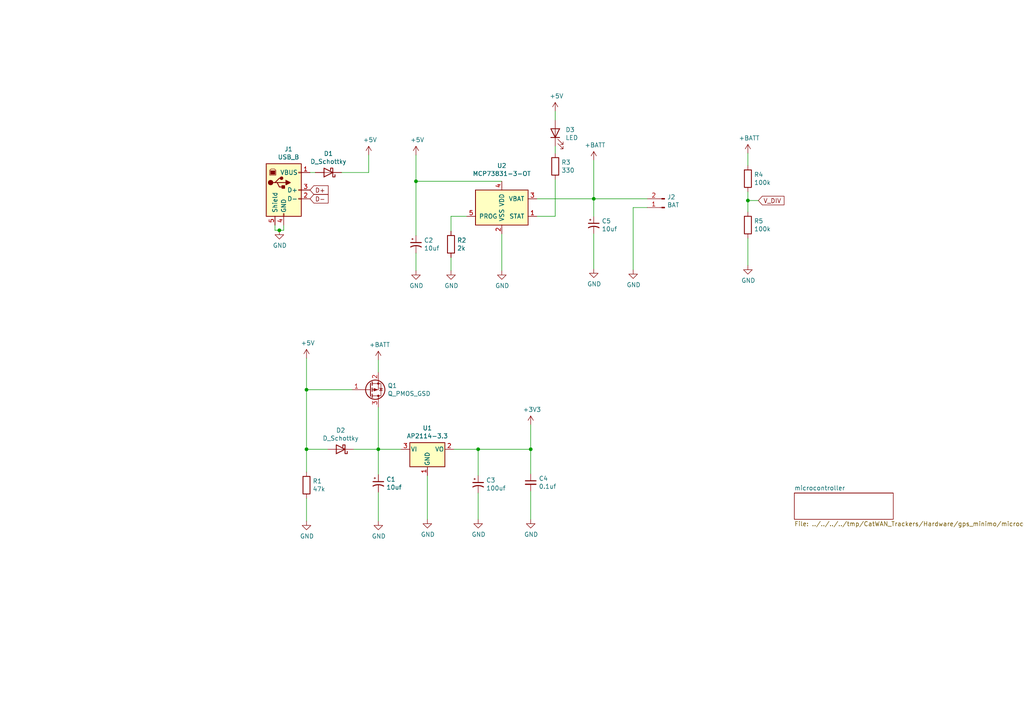
<source format=kicad_sch>
(kicad_sch (version 20230121) (generator eeschema)
  (paper "A4")
  (lib_symbols
    (symbol "Device:C_Small" (pin_numbers hide) (pin_names (offset 0.254) hide)
      (property "Reference" "C" (at 0.254 1.778 0))
      (property "Value" "C_Small" (at 0.254 -2.032 0))
      (symbol "C_Small_0_1"
        (polyline (pts (xy -1.524 -0.508) (xy 1.524 -0.508)) (stroke (width 0.3302)))
        (polyline (pts (xy -1.524 0.508) (xy 1.524 0.508)) (stroke (width 0.3048)))
      )
      (symbol "C_Small_1_1"
        (pin passive line (at 0 2.54 270) (length 2.032) (name "~") (number "1"))
        (pin passive line (at 0 -2.54 90) (length 2.032) (name "~") (number "2"))
      )
    )
    (symbol "Device:D_Schottky" (pin_numbers hide) (pin_names (offset 1.016) hide)
      (property "Reference" "D" (at 0 2.54 0))
      (property "Value" "D_Schottky" (at 0 -2.54 0))
      (symbol "D_Schottky_0_1"
        (polyline (pts (xy 1.27 0) (xy -1.27 0)))
        (polyline (pts (xy 1.27 1.27) (xy 1.27 -1.27) (xy -1.27 0) (xy 1.27 1.27)) (stroke (width 0.254)))
        (polyline (pts (xy -1.905 0.635) (xy -1.905 1.27) (xy -1.27 1.27) (xy -1.27 -1.27) (xy -0.635 -1.27) (xy -0.635 -0.635)) (stroke (width 0.254)))
      )
      (symbol "D_Schottky_1_1"
        (pin passive line (at -3.81 0 0) (length 2.54) (name "K") (number "1"))
        (pin passive line (at 3.81 0 180) (length 2.54) (name "A") (number "2"))
      )
    )
    (symbol "Device:LED" (pin_numbers hide) (pin_names (offset 1.016) hide)
      (property "Reference" "D" (at 0 2.54 0))
      (property "Value" "LED" (at 0 -2.54 0))
      (symbol "LED_0_1"
        (polyline (pts (xy -1.27 -1.27) (xy -1.27 1.27)) (stroke (width 0.254)))
        (polyline (pts (xy -1.27 0) (xy 1.27 0)))
        (polyline (pts (xy 1.27 -1.27) (xy 1.27 1.27) (xy -1.27 0) (xy 1.27 -1.27)) (stroke (width 0.254)))
        (polyline (pts (xy -3.048 -0.762) (xy -4.572 -2.286) (xy -3.81 -2.286) (xy -4.572 -2.286) (xy -4.572 -1.524)))
        (polyline (pts (xy -1.778 -0.762) (xy -3.302 -2.286) (xy -2.54 -2.286) (xy -3.302 -2.286) (xy -3.302 -1.524)))
      )
      (symbol "LED_1_1"
        (pin passive line (at -3.81 0 0) (length 2.54) (name "K") (number "1"))
        (pin passive line (at 3.81 0 180) (length 2.54) (name "A") (number "2"))
      )
    )
    (symbol "Device:Q_PMOS_GSD" (pin_names (offset 0) hide)
      (property "Reference" "Q" (at 5.08 1.27 0))
      (property "Value" "Q_PMOS_GSD" (at 5.08 -1.27 0))
      (symbol "Q_PMOS_GSD_0_1"
        (polyline (pts (xy 0.254 0) (xy -2.54 0)))
        (polyline (pts (xy 0.254 1.905) (xy 0.254 -1.905)) (stroke (width 0.254)))
        (polyline (pts (xy 0.762 -1.27) (xy 0.762 -2.286)) (stroke (width 0.254)))
        (polyline (pts (xy 0.762 0.508) (xy 0.762 -0.508)) (stroke (width 0.254)))
        (polyline (pts (xy 0.762 2.286) (xy 0.762 1.27)) (stroke (width 0.254)))
        (polyline (pts (xy 2.54 2.54) (xy 2.54 1.778)))
        (polyline (pts (xy 2.54 -2.54) (xy 2.54 0) (xy 0.762 0)))
        (polyline (pts (xy 0.762 1.778) (xy 3.302 1.778) (xy 3.302 -1.778) (xy 0.762 -1.778)))
        (polyline (pts (xy 2.286 0) (xy 1.27 0.381) (xy 1.27 -0.381) (xy 2.286 0)) (fill (type outline)))
        (polyline (pts (xy 2.794 -0.508) (xy 2.921 -0.381) (xy 3.683 -0.381) (xy 3.81 -0.254)))
        (polyline (pts (xy 3.302 -0.381) (xy 2.921 0.254) (xy 3.683 0.254) (xy 3.302 -0.381)))
        (circle (center 1.651 0) (radius 2.794) (stroke (width 0.254)))
        (circle (center 2.54 -1.778) (radius 0.254) (fill (type outline)))
        (circle (center 2.54 1.778) (radius 0.254) (fill (type outline)))
      )
      (symbol "Q_PMOS_GSD_1_1"
        (pin input line (at -5.08 0 0) (length 2.54) (name "G") (number "1"))
        (pin passive line (at 2.54 -5.08 90) (length 2.54) (name "S") (number "2"))
        (pin passive line (at 2.54 5.08 270) (length 2.54) (name "D") (number "3"))
      )
    )
    (symbol "Device:R" (pin_numbers hide) (pin_names (offset 0))
      (property "Reference" "R" (at 2.032 0 90))
      (property "Value" "R" (at 0 0 90))
      (symbol "R_0_1"
        (rectangle (start -1.016 -2.54) (end 1.016 2.54) (stroke (width 0.254)))
      )
      (symbol "R_1_1"
        (pin passive line (at 0 3.81 270) (length 1.27) (name "~") (number "1"))
        (pin passive line (at 0 -3.81 90) (length 1.27) (name "~") (number "2"))
      )
    )
    (symbol "Regulator_Linear:AP2127N-3.3" (pin_names (offset 0.254))
      (property "Reference" "U" (at -3.81 3.175 0))
      (property "Value" "AP2127N-3.3" (at 0 3.175 0))
      (symbol "AP2127N-3.3_0_1"
        (rectangle (start -5.08 1.905) (end 5.08 -5.08) (stroke (width 0.254)) (fill (type background)))
      )
      (symbol "AP2127N-3.3_1_1"
        (pin power_in line (at 0 -7.62 90) (length 2.54) (name "GND") (number "1"))
        (pin power_out line (at 7.62 0 180) (length 2.54) (name "VO") (number "2"))
        (pin power_in line (at -7.62 0 0) (length 2.54) (name "VI") (number "3"))
      )
    )
    (symbol "gps_minimo-rescue:+3.3V-power" (power) (pin_names (offset 0))
      (property "Value" "+3.3V-power" (at 0 3.556 0))
      (symbol "+3.3V-power_0_1"
        (polyline (pts (xy -0.762 1.27) (xy 0 2.54)))
        (polyline (pts (xy 0 0) (xy 0 2.54)))
        (polyline (pts (xy 0 2.54) (xy 0.762 1.27)))
      )
      (symbol "+3.3V-power_1_1"
        (pin power_in line (at 0 0 90) (length 0) hide (name "+3V3") (number "1"))
      )
    )
    (symbol "gps_minimo-rescue:CP1_Small-Device" (pin_numbers hide) (pin_names (offset 0.254) hide)
      (property "Reference" "C" (at 0.254 1.778 0))
      (property "Value" "Device_CP1_Small" (at 0.254 -2.032 0))
      (symbol "CP1_Small-Device_0_1"
        (polyline (pts (xy -1.524 0.508) (xy 1.524 0.508)) (stroke (width 0.3048)))
        (polyline (pts (xy -1.27 1.524) (xy -0.762 1.524)))
        (polyline (pts (xy -1.016 1.27) (xy -1.016 1.778)))
        (arc (start 1.524 -0.762) (mid 0 -0.3734) (end -1.524 -0.762) (stroke (width 0.3048)))
      )
      (symbol "CP1_Small-Device_1_1"
        (pin passive line (at 0 2.54 270) (length 2.032) (name "~") (number "1"))
        (pin passive line (at 0 -2.54 90) (length 2.032) (name "~") (number "2"))
      )
    )
    (symbol "gps_minimo-rescue:Conn_01x02_Male-Connector" (pin_names (offset 1.016) hide)
      (property "Reference" "J" (at 0 2.54 0))
      (property "Value" "Connector_Conn_01x02_Male" (at 0 -5.08 0))
      (symbol "Conn_01x02_Male-Connector_1_1"
        (polyline (pts (xy 1.27 -2.54) (xy 0.8636 -2.54)) (stroke (width 0.1524)))
        (polyline (pts (xy 1.27 0) (xy 0.8636 0)) (stroke (width 0.1524)))
        (rectangle (start 0.8636 -2.413) (end 0 -2.667) (stroke (width 0.1524)) (fill (type outline)))
        (rectangle (start 0.8636 0.127) (end 0 -0.127) (stroke (width 0.1524)) (fill (type outline)))
        (pin passive line (at 5.08 0 180) (length 3.81) (name "Pin_1") (number "1"))
        (pin passive line (at 5.08 -2.54 180) (length 3.81) (name "Pin_2") (number "2"))
      )
    )
    (symbol "gps_minimo-rescue:MCP73831-3-OT-Battery_Management" (pin_names (offset 1.016))
      (property "Reference" "U" (at -7.62 6.35 0))
      (property "Value" "Battery_Management_MCP73831-3-OT" (at 1.27 6.35 0))
      (symbol "MCP73831-3-OT-Battery_Management_0_1"
        (rectangle (start -7.62 5.08) (end 7.62 -5.08) (stroke (width 0.254)) (fill (type background)))
      )
      (symbol "MCP73831-3-OT-Battery_Management_1_1"
        (pin output line (at 10.16 -2.54 180) (length 2.54) (name "STAT") (number "1"))
        (pin power_in line (at 0 -7.62 90) (length 2.54) (name "VSS") (number "2"))
        (pin power_out line (at 10.16 2.54 180) (length 2.54) (name "VBAT") (number "3"))
        (pin power_in line (at 0 7.62 270) (length 2.54) (name "VDD") (number "4"))
        (pin input line (at -10.16 -2.54 0) (length 2.54) (name "PROG") (number "5"))
      )
    )
    (symbol "gps_minimo-rescue:USB_B-Connector" (pin_names (offset 1.016))
      (property "Reference" "J" (at -5.08 11.43 0))
      (property "Value" "Connector_USB_B" (at -5.08 8.89 0))
      (symbol "USB_B-Connector_0_1"
        (rectangle (start -5.08 -7.62) (end 5.08 7.62) (stroke (width 0.254)) (fill (type background)))
        (circle (center -3.81 2.159) (radius 0.635) (stroke (width 0.254)) (fill (type outline)))
        (rectangle (start -3.81 5.588) (end -2.54 4.572) (fill (type outline)))
        (circle (center -0.635 3.429) (radius 0.381) (stroke (width 0.254)) (fill (type outline)))
        (rectangle (start -0.127 -7.62) (end 0.127 -6.858))
        (polyline (pts (xy -1.905 2.159) (xy 0.635 2.159)) (stroke (width 0.254)))
        (polyline (pts (xy -3.175 2.159) (xy -2.54 2.159) (xy -1.27 3.429) (xy -0.635 3.429)) (stroke (width 0.254)))
        (polyline (pts (xy -2.54 2.159) (xy -1.905 2.159) (xy -1.27 0.889) (xy 0 0.889)) (stroke (width 0.254)))
        (polyline (pts (xy 0.635 2.794) (xy 0.635 1.524) (xy 1.905 2.159) (xy 0.635 2.794)) (stroke (width 0.254)) (fill (type outline)))
        (polyline (pts (xy -4.064 4.318) (xy -2.286 4.318) (xy -2.286 5.715) (xy -2.667 6.096) (xy -3.683 6.096) (xy -4.064 5.715) (xy -4.064 4.318)))
        (rectangle (start 0.254 1.27) (end -0.508 0.508) (stroke (width 0.254)) (fill (type outline)))
        (rectangle (start 5.08 -2.667) (end 4.318 -2.413))
        (rectangle (start 5.08 -0.127) (end 4.318 0.127))
        (rectangle (start 5.08 4.953) (end 4.318 5.207))
      )
      (symbol "USB_B-Connector_1_1"
        (pin power_out line (at 7.62 5.08 180) (length 2.54) (name "VBUS") (number "1"))
        (pin passive line (at 7.62 -2.54 180) (length 2.54) (name "D-") (number "2"))
        (pin passive line (at 7.62 0 180) (length 2.54) (name "D+") (number "3"))
        (pin power_out line (at 0 -10.16 90) (length 2.54) (name "GND") (number "4"))
        (pin passive line (at -2.54 -10.16 90) (length 2.54) (name "Shield") (number "5"))
      )
    )
    (symbol "power:+5V" (power) (pin_names (offset 0))
      (property "Value" "+5V" (at 0 3.556 0))
      (symbol "+5V_0_1"
        (polyline (pts (xy -0.762 1.27) (xy 0 2.54)))
        (polyline (pts (xy 0 0) (xy 0 2.54)))
        (polyline (pts (xy 0 2.54) (xy 0.762 1.27)))
      )
      (symbol "+5V_1_1"
        (pin power_in line (at 0 0 90) (length 0) hide (name "+5V") (number "1"))
      )
    )
    (symbol "power:+BATT" (power) (pin_names (offset 0))
      (property "Value" "+BATT" (at 0 3.556 0))
      (symbol "+BATT_0_1"
        (polyline (pts (xy -0.762 1.27) (xy 0 2.54)))
        (polyline (pts (xy 0 0) (xy 0 2.54)))
        (polyline (pts (xy 0 2.54) (xy 0.762 1.27)))
      )
      (symbol "+BATT_1_1"
        (pin power_in line (at 0 0 90) (length 0) hide (name "+BATT") (number "1"))
      )
    )
    (symbol "power:GND" (power) (pin_names (offset 0))
      (property "Value" "GND" (at 0 -3.81 0))
      (symbol "GND_0_1"
        (polyline (pts (xy 0 0) (xy 0 -1.27) (xy 1.27 -1.27) (xy 0 -2.54) (xy -1.27 -1.27) (xy 0 -1.27)))
      )
      (symbol "GND_1_1"
        (pin power_in line (at 0 0 270) (length 0) hide (name "GND") (number "1"))
      )
    )
  )
  (junction (at 88.9 130.302))
  (junction (at 153.924 130.302))
  (junction (at 172.212 57.658))
  (junction (at 88.9 113.03))
  (junction (at 120.65 52.578))
  (junction (at 81.026 66.802))
  (junction (at 109.728 130.302))
  (junction (at 216.916 58.166))
  (junction (at 138.684 130.302))
  (wire (pts (xy 88.9 130.302) (xy 94.996 130.302)))
  (wire (pts (xy 216.916 44.45) (xy 216.916 48.006)))
  (wire (pts (xy 161.036 62.738) (xy 161.036 52.07)))
  (wire (pts (xy 106.934 44.958) (xy 106.934 50.038)))
  (wire (pts (xy 109.728 142.748) (xy 109.728 151.13)))
  (wire (pts (xy 135.382 62.738) (xy 130.81 62.738)))
  (wire (pts (xy 145.542 78.486) (xy 145.542 67.818)))
  (wire (pts (xy 109.728 118.11) (xy 109.728 130.302)))
  (wire (pts (xy 187.706 57.658) (xy 172.212 57.658)))
  (wire (pts (xy 130.81 62.738) (xy 130.81 67.056)))
  (wire (pts (xy 88.9 113.03) (xy 88.9 130.302)))
  (wire (pts (xy 79.756 66.802) (xy 81.026 66.802)))
  (wire (pts (xy 216.916 55.626) (xy 216.916 58.166)))
  (wire (pts (xy 153.924 150.622) (xy 153.924 142.494)))
  (wire (pts (xy 145.542 52.578) (xy 120.65 52.578)))
  (wire (pts (xy 82.296 66.802) (xy 81.026 66.802)))
  (wire (pts (xy 79.756 65.278) (xy 79.756 66.802)))
  (wire (pts (xy 120.65 44.958) (xy 120.65 52.578)))
  (wire (pts (xy 131.572 130.302) (xy 138.684 130.302)))
  (wire (pts (xy 153.924 130.302) (xy 153.924 137.414)))
  (wire (pts (xy 116.332 130.302) (xy 109.728 130.302)))
  (wire (pts (xy 102.108 113.03) (xy 88.9 113.03)))
  (wire (pts (xy 109.728 104.394) (xy 109.728 107.95)))
  (wire (pts (xy 216.916 69.088) (xy 216.916 76.962)))
  (wire (pts (xy 99.06 50.038) (xy 106.934 50.038)))
  (wire (pts (xy 183.642 60.198) (xy 183.642 78.232)))
  (wire (pts (xy 120.65 73.406) (xy 120.65 78.486)))
  (wire (pts (xy 153.924 123.19) (xy 153.924 130.302)))
  (wire (pts (xy 138.684 150.622) (xy 138.684 143.002)))
  (wire (pts (xy 187.706 60.198) (xy 183.642 60.198)))
  (wire (pts (xy 216.916 58.166) (xy 216.916 61.468)))
  (wire (pts (xy 123.952 137.922) (xy 123.952 150.622)))
  (wire (pts (xy 102.616 130.302) (xy 109.728 130.302)))
  (wire (pts (xy 172.212 67.818) (xy 172.212 77.978)))
  (wire (pts (xy 89.916 50.038) (xy 91.44 50.038)))
  (wire (pts (xy 88.9 144.526) (xy 88.9 151.13)))
  (wire (pts (xy 88.9 136.906) (xy 88.9 130.302)))
  (wire (pts (xy 130.81 74.676) (xy 130.81 78.486)))
  (wire (pts (xy 88.9 103.886) (xy 88.9 113.03)))
  (wire (pts (xy 172.212 57.658) (xy 172.212 62.738)))
  (wire (pts (xy 155.702 57.658) (xy 172.212 57.658)))
  (wire (pts (xy 120.65 52.578) (xy 120.65 68.326)))
  (wire (pts (xy 155.702 62.738) (xy 161.036 62.738)))
  (wire (pts (xy 219.964 58.166) (xy 216.916 58.166)))
  (wire (pts (xy 138.684 130.302) (xy 138.684 137.922)))
  (wire (pts (xy 161.036 44.45) (xy 161.036 42.418)))
  (wire (pts (xy 172.212 46.482) (xy 172.212 57.658)))
  (wire (pts (xy 161.036 32.258) (xy 161.036 34.798)))
  (wire (pts (xy 82.296 65.278) (xy 82.296 66.802)))
  (wire (pts (xy 109.728 137.668) (xy 109.728 130.302)))
  (wire (pts (xy 138.684 130.302) (xy 153.924 130.302)))
  (global_label "V_DIV" (shape input) (at 219.964 58.166 0) (property "Intersheetrefs" "${INTERSHEET_REFS}" (effects hide)))
  (global_label "D+" (shape input) (at 89.916 55.118 0) (property "Intersheetrefs" "${INTERSHEET_REFS}" (effects hide)))
  (global_label "D-" (shape input) (at 89.916 57.658 0) (property "Intersheetrefs" "${INTERSHEET_REFS}" (effects hide)))
  (symbol (lib_id "gps_minimo-rescue:USB_B-Connector") (at 82.296 55.118 0) (unit 1)
    (property "Reference" "J1" (at 83.693 43.2562 0))
    (property "Value" "USB_B" (at 83.693 45.5676 0))
    (property "Footprint" "Connector_USB:USB_Micro-B_Wuerth_629105150521" (effects hide))
    (property "Datasheet" " ~" (effects hide))
    (property "manf#" "629105150521" (effects hide))
  )
  (symbol (lib_id "gps_minimo-rescue:MCP73831-3-OT-Battery_Management") (at 145.542 60.198 0) (unit 1)
    (property "Reference" "U2" (at 145.542 48.0568 0))
    (property "Value" "MCP73831-3-OT" (at 145.542 50.3682 0))
    (property "Footprint" "Package_TO_SOT_SMD:SOT-23-5" (effects hide))
    (property "Datasheet" "http://ww1.microchip.com/downloads/en/DeviceDoc/20001984g.pdf" (effects hide))
    (property "manf#" "MCP73831T-2ATI/OT" (effects hide))
  )
  (symbol (lib_id "gps_minimo-rescue:CP1_Small-Device") (at 120.65 70.866 0) (unit 1)
    (property "Reference" "C2" (at 122.9614 69.6976 0) (effects (justify left)))
    (property "Value" "10uf" (at 122.9614 72.009 0) (effects (justify left)))
    (property "Footprint" "Capacitor_SMD:C_1206_3216Metric_Pad1.42x1.75mm_HandSolder" (effects hide))
    (property "manf#" "TAJA106M006SNJ" (effects hide))
  )
  (symbol (lib_id "Device:R") (at 130.81 70.866 0) (unit 1)
    (property "Reference" "R2" (at 132.588 69.6976 0) (effects (justify left)))
    (property "Value" "2k" (at 132.588 72.009 0) (effects (justify left)))
    (property "Footprint" "Resistor_SMD:R_1206_3216Metric_Pad1.42x1.75mm_HandSolder" (effects hide))
    (property "manf#" "CRCW12062K00FKEAC" (effects hide))
  )
  (symbol (lib_id "Device:R") (at 161.036 48.26 0) (unit 1)
    (property "Reference" "R3" (at 162.814 47.0916 0) (effects (justify left)))
    (property "Value" "330" (at 162.814 49.403 0) (effects (justify left)))
    (property "Footprint" "Resistor_SMD:R_1206_3216Metric_Pad1.42x1.75mm_HandSolder" (effects hide))
    (property "manf#" "CRGP1206F330R" (effects hide))
  )
  (symbol (lib_id "gps_minimo-rescue:CP1_Small-Device") (at 172.212 65.278 0) (unit 1)
    (property "Reference" "C5" (at 174.5234 64.1096 0) (effects (justify left)))
    (property "Value" "10uf" (at 174.5234 66.421 0) (effects (justify left)))
    (property "Footprint" "Capacitor_SMD:C_1206_3216Metric_Pad1.42x1.75mm_HandSolder" (effects hide))
    (property "manf#" "TAJA106M006SNJ" (effects hide))
  )
  (symbol (lib_id "gps_minimo-rescue:Conn_01x02_Male-Connector") (at 192.786 60.198 180) (unit 1)
    (property "Reference" "J2" (at 193.4972 57.15 0) (effects (justify right)))
    (property "Value" "BAT" (at 193.4972 59.4614 0) (effects (justify right)))
    (property "Footprint" "Connector_PinHeader_2.54mm:PinHeader_1x02_P2.54mm_Vertical" (effects hide))
  )
  (symbol (lib_id "Device:LED") (at 161.036 38.608 90) (unit 1)
    (property "Reference" "D3" (at 164.0078 37.6428 90) (effects (justify right)))
    (property "Value" "LED" (at 164.0078 39.9542 90) (effects (justify right)))
    (property "Footprint" "LED_SMD:LED_1206_3216Metric_Pad1.42x1.75mm_HandSolder" (effects hide))
    (property "manf#" "156120VS75000" (effects hide))
  )
  (symbol (lib_id "Regulator_Linear:AP2127N-3.3") (at 123.952 130.302 0) (unit 1)
    (property "Reference" "U1" (at 123.952 124.1552 0))
    (property "Value" "AP2114-3.3" (at 123.952 126.4666 0))
    (property "Footprint" "Package_TO_SOT_SMD:SOT-223-3_TabPin2" (effects hide))
    (property "Datasheet" "https://www.diodes.com/assets/Datasheets/AP2127.pdf" (effects hide))
    (property "manf#" "AP2114H-3.3TRG1" (effects hide))
  )
  (symbol (lib_id "Device:Q_PMOS_GSD") (at 107.188 113.03 0) (mirror x) (unit 1)
    (property "Reference" "Q1" (at 112.4204 111.8616 0) (effects (justify left)))
    (property "Value" "Q_PMOS_GSD" (at 112.4204 114.173 0) (effects (justify left)))
    (property "Footprint" "Package_TO_SOT_SMD:SOT-23" (effects hide))
    (property "manf#" "DMG3415U-7" (effects hide))
  )
  (symbol (lib_id "Device:R") (at 88.9 140.716 0) (unit 1)
    (property "Reference" "R1" (at 90.678 139.5476 0) (effects (justify left)))
    (property "Value" "47k" (at 90.678 141.859 0) (effects (justify left)))
    (property "Footprint" "Resistor_SMD:R_1206_3216Metric_Pad1.42x1.75mm_HandSolder" (effects hide))
    (property "manf#" "AC1206JR-0747KL" (effects hide))
  )
  (symbol (lib_id "gps_minimo-rescue:CP1_Small-Device") (at 109.728 140.208 0) (unit 1)
    (property "Reference" "C1" (at 112.0394 139.0396 0) (effects (justify left)))
    (property "Value" "10uf" (at 112.0394 141.351 0) (effects (justify left)))
    (property "Footprint" "Capacitor_SMD:C_1206_3216Metric_Pad1.42x1.75mm_HandSolder" (effects hide))
    (property "manf#" "TAJA106M006SNJ" (effects hide))
  )
  (symbol (lib_id "gps_minimo-rescue:CP1_Small-Device") (at 138.684 140.462 0) (unit 1)
    (property "Reference" "C3" (at 140.9954 139.2936 0) (effects (justify left)))
    (property "Value" "100uf" (at 140.9954 141.605 0) (effects (justify left)))
    (property "Footprint" "Capacitor_SMD:C_1206_3216Metric_Pad1.42x1.75mm_HandSolder" (effects hide))
    (property "manf#" "TMCMA0J107MTRF" (effects hide))
  )
  (symbol (lib_id "Device:C_Small") (at 153.924 139.954 0) (unit 1)
    (property "Reference" "C4" (at 156.2608 138.7856 0) (effects (justify left)))
    (property "Value" "0.1uf" (at 156.2608 141.097 0) (effects (justify left)))
    (property "Footprint" "Capacitor_SMD:C_1206_3216Metric_Pad1.42x1.75mm_HandSolder" (effects hide))
    (property "manf#" "885012208030" (effects hide))
  )
  (symbol (lib_id "power:GND") (at 81.026 66.802 0) (unit 1)
    (property "Reference" "#PWR0101" (effects hide))
    (property "Value" "GND" (at 81.153 71.1962 0))
  )
  (symbol (lib_id "power:GND") (at 120.65 78.486 0) (unit 1)
    (property "Reference" "#PWR0102" (effects hide))
    (property "Value" "GND" (at 120.777 82.8802 0))
  )
  (symbol (lib_id "power:GND") (at 130.81 78.486 0) (unit 1)
    (property "Reference" "#PWR0103" (effects hide))
    (property "Value" "GND" (at 130.937 82.8802 0))
  )
  (symbol (lib_id "power:GND") (at 145.542 78.486 0) (unit 1)
    (property "Reference" "#PWR0104" (effects hide))
    (property "Value" "GND" (at 145.669 82.8802 0))
  )
  (symbol (lib_id "power:GND") (at 172.212 77.978 0) (unit 1)
    (property "Reference" "#PWR0105" (effects hide))
    (property "Value" "GND" (at 172.339 82.3722 0))
  )
  (symbol (lib_id "power:GND") (at 183.642 78.232 0) (unit 1)
    (property "Reference" "#PWR0106" (effects hide))
    (property "Value" "GND" (at 183.769 82.6262 0))
  )
  (symbol (lib_id "power:GND") (at 88.9 151.13 0) (unit 1)
    (property "Reference" "#PWR0107" (effects hide))
    (property "Value" "GND" (at 89.027 155.5242 0))
  )
  (symbol (lib_id "power:GND") (at 109.728 151.13 0) (unit 1)
    (property "Reference" "#PWR0108" (effects hide))
    (property "Value" "GND" (at 109.855 155.5242 0))
  )
  (symbol (lib_id "power:GND") (at 123.952 150.622 0) (unit 1)
    (property "Reference" "#PWR0109" (effects hide))
    (property "Value" "GND" (at 124.079 155.0162 0))
  )
  (symbol (lib_id "power:GND") (at 138.684 150.622 0) (unit 1)
    (property "Reference" "#PWR0110" (effects hide))
    (property "Value" "GND" (at 138.811 155.0162 0))
  )
  (symbol (lib_id "power:GND") (at 153.924 150.622 0) (unit 1)
    (property "Reference" "#PWR0111" (effects hide))
    (property "Value" "GND" (at 154.051 155.0162 0))
  )
  (symbol (lib_id "Device:R") (at 216.916 51.816 0) (unit 1)
    (property "Reference" "R4" (at 218.694 50.6476 0) (effects (justify left)))
    (property "Value" "100k" (at 218.694 52.959 0) (effects (justify left)))
    (property "Footprint" "Resistor_SMD:R_1206_3216Metric_Pad1.42x1.75mm_HandSolder" (effects hide))
    (property "manf#" "CRCW1206100KFKEAC" (effects hide))
  )
  (symbol (lib_id "Device:R") (at 216.916 65.278 0) (unit 1)
    (property "Reference" "R5" (at 218.694 64.1096 0) (effects (justify left)))
    (property "Value" "100k" (at 218.694 66.421 0) (effects (justify left)))
    (property "Footprint" "Resistor_SMD:R_1206_3216Metric_Pad1.42x1.75mm_HandSolder" (effects hide))
    (property "manf#" "CRCW1206100KFKEAC" (effects hide))
  )
  (symbol (lib_id "power:GND") (at 216.916 76.962 0) (unit 1)
    (property "Reference" "#PWR0112" (effects hide))
    (property "Value" "GND" (at 217.043 81.3562 0))
  )
  (symbol (lib_id "power:+5V") (at 106.934 44.958 0) (unit 1)
    (property "Reference" "#PWR0113" (effects hide))
    (property "Value" "+5V" (at 107.315 40.5638 0))
  )
  (symbol (lib_id "power:+5V") (at 88.9 103.886 0) (unit 1)
    (property "Reference" "#PWR0114" (effects hide))
    (property "Value" "+5V" (at 89.281 99.4918 0))
  )
  (symbol (lib_id "power:+5V") (at 161.036 32.258 0) (unit 1)
    (property "Reference" "#PWR0115" (effects hide))
    (property "Value" "+5V" (at 161.417 27.8638 0))
  )
  (symbol (lib_id "power:+5V") (at 120.65 44.958 0) (unit 1)
    (property "Reference" "#PWR0116" (effects hide))
    (property "Value" "+5V" (at 121.031 40.5638 0))
  )
  (symbol (lib_id "power:+BATT") (at 172.212 46.482 0) (unit 1)
    (property "Reference" "#PWR0117" (effects hide))
    (property "Value" "+BATT" (at 172.593 42.0878 0))
  )
  (symbol (lib_id "power:+BATT") (at 216.916 44.45 0) (unit 1)
    (property "Reference" "#PWR0118" (effects hide))
    (property "Value" "+BATT" (at 217.297 40.0558 0))
  )
  (symbol (lib_id "power:+BATT") (at 109.728 104.394 0) (unit 1)
    (property "Reference" "#PWR0119" (effects hide))
    (property "Value" "+BATT" (at 110.109 99.9998 0))
  )
  (symbol (lib_id "gps_minimo-rescue:+3.3V-power") (at 153.924 123.19 0) (unit 1)
    (property "Reference" "#PWR0120" (effects hide))
    (property "Value" "+3.3V" (at 154.305 118.7958 0))
  )
  (symbol (lib_id "Device:D_Schottky") (at 95.25 50.038 180) (unit 1)
    (property "Reference" "D1" (at 95.25 44.5516 0))
    (property "Value" "D_Schottky" (at 95.25 46.863 0))
    (property "Footprint" "Diode_SMD:D_SOD-123" (effects hide))
    (property "manf#" "MBR120VLSFT3G" (effects hide))
  )
  (symbol (lib_id "Device:D_Schottky") (at 98.806 130.302 180) (unit 1)
    (property "Reference" "D2" (at 98.806 124.8156 0))
    (property "Value" "D_Schottky" (at 98.806 127.127 0))
    (property "Footprint" "Diode_SMD:D_SOD-123" (effects hide))
    (property "manf#" "MBR120VLSFT3G" (effects hide))
  )
  (sheet (at 230.378 143.002) (size 28.702 7.62)
    (property "Sheetname" "microcontroller" (at 230.378 142.2904 0) (effects (justify left bottom)))
    (property "Sheetfile" "../../../../tmp/CatWAN_Trackers/Hardware/gps_minimo/microcontroller.sch" (at 230.378 151.2066 0) (effects (justify left top)))
  )
)
</source>
